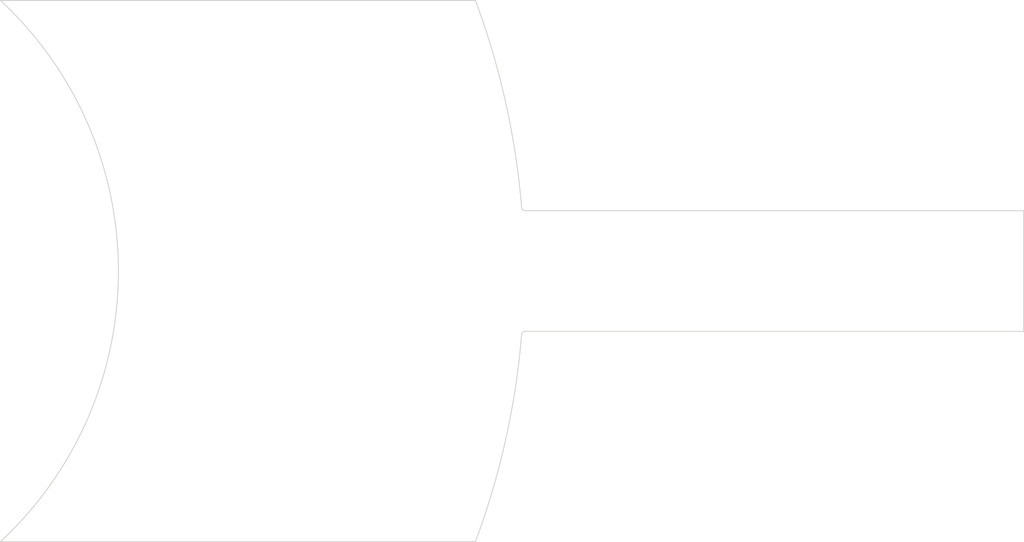
<source format=kicad_pcb>
(kicad_pcb (version 20171130) (host pcbnew 5.1.9-73d0e3b20d~88~ubuntu20.04.1)

  (general
    (thickness 1.6)
    (drawings 1)
    (tracks 0)
    (zones 0)
    (modules 0)
    (nets 1)
  )

  (page A4)
  (layers
    (0 F.Cu signal)
    (31 B.Cu signal)
    (32 B.Adhes user)
    (33 F.Adhes user)
    (34 B.Paste user)
    (35 F.Paste user)
    (36 B.SilkS user)
    (37 F.SilkS user)
    (38 B.Mask user)
    (39 F.Mask user)
    (40 Dwgs.User user)
    (41 Cmts.User user)
    (42 Eco1.User user)
    (43 Eco2.User user)
    (44 Edge.Cuts user)
    (45 Margin user)
    (46 B.CrtYd user)
    (47 F.CrtYd user)
    (48 B.Fab user)
    (49 F.Fab user)
  )

  (setup
    (last_trace_width 0.25)
    (trace_clearance 0.2)
    (zone_clearance 0.508)
    (zone_45_only no)
    (trace_min 0.2)
    (via_size 0.8)
    (via_drill 0.4)
    (via_min_size 0.4)
    (via_min_drill 0.3)
    (uvia_size 0.3)
    (uvia_drill 0.1)
    (uvias_allowed no)
    (uvia_min_size 0.2)
    (uvia_min_drill 0.1)
    (edge_width 0.05)
    (segment_width 0.2)
    (pcb_text_width 0.3)
    (pcb_text_size 1.5 1.5)
    (mod_edge_width 0.12)
    (mod_text_size 1 1)
    (mod_text_width 0.15)
    (pad_size 1.524 1.524)
    (pad_drill 0.762)
    (pad_to_mask_clearance 0)
    (aux_axis_origin 0 0)
    (grid_origin 122 91)
    (visible_elements FFFFFF7F)
    (pcbplotparams
      (layerselection 0x010fc_ffffffff)
      (usegerberextensions false)
      (usegerberattributes true)
      (usegerberadvancedattributes true)
      (creategerberjobfile true)
      (excludeedgelayer true)
      (linewidth 0.100000)
      (plotframeref false)
      (viasonmask false)
      (mode 1)
      (useauxorigin false)
      (hpglpennumber 1)
      (hpglpenspeed 20)
      (hpglpendiameter 15.000000)
      (psnegative false)
      (psa4output false)
      (plotreference true)
      (plotvalue true)
      (plotinvisibletext false)
      (padsonsilk false)
      (subtractmaskfromsilk false)
      (outputformat 1)
      (mirror false)
      (drillshape 1)
      (scaleselection 1)
      (outputdirectory ""))
  )

  (net 0 "")

  (net_class Default "This is the default net class."
    (clearance 0.2)
    (trace_width 0.25)
    (via_dia 0.8)
    (via_drill 0.4)
    (uvia_dia 0.3)
    (uvia_drill 0.1)
  )

 

        
          
  (gr_line (start 135.748 105.800) (end 161.727 105.800) (angle 90) (layer Edge.Cuts) (width 0.05))
  (gr_arc (start 122.000 91.000) (end 161.727 105.800) (angle -15.719) (layer Edge.Cuts) (width 0.05))
  (gr_arc (start 164.450 94.500) (end 164.450 94.300) (angle -85.287) (layer Edge.Cuts) (width 0.05))
  (gr_line (start 191.712 94.300) (end 164.450 94.300) (angle 90) (layer Edge.Cuts) (width 0.05))
  (gr_line (start 191.712 87.700) (end 191.712 94.300) (angle 90) (layer Edge.Cuts) (width 0.05))
  (gr_line (start 164.450 87.700) (end 191.712 87.700) (angle 90) (layer Edge.Cuts) (width 0.05))
  (gr_arc (start 164.450 87.500) (end 164.251 87.516) (angle -85.287) (layer Edge.Cuts) (width 0.05))
  (gr_arc (start 122.000 91.000) (end 164.251 87.516) (angle -15.719) (layer Edge.Cuts) (width 0.05))
  (gr_line (start 135.748 76.200) (end 161.727 76.200) (angle 90) (layer Edge.Cuts) (width 0.05))
  (gr_arc (start 122.000 91.000) (end 135.748 105.800) (angle -94.222) (layer Edge.Cuts) (width 0.05))
)
 
</source>
